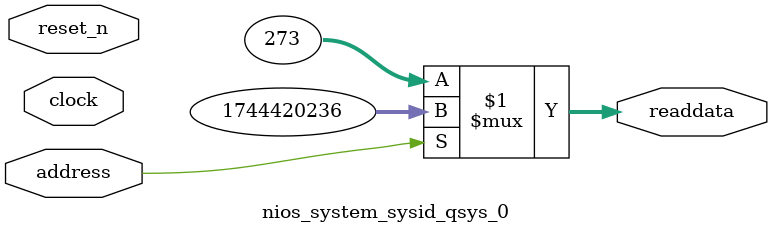
<source format=v>



// synthesis translate_off
`timescale 1ns / 1ps
// synthesis translate_on

// turn off superfluous verilog processor warnings 
// altera message_level Level1 
// altera message_off 10034 10035 10036 10037 10230 10240 10030 

module nios_system_sysid_qsys_0 (
               // inputs:
                address,
                clock,
                reset_n,

               // outputs:
                readdata
             )
;

  output  [ 31: 0] readdata;
  input            address;
  input            clock;
  input            reset_n;

  wire    [ 31: 0] readdata;
  //control_slave, which is an e_avalon_slave
  assign readdata = address ? 1744420236 : 273;

endmodule



</source>
